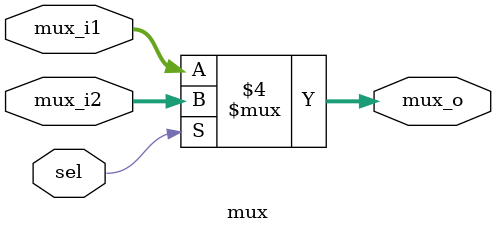
<source format=v>
module mux #(
    parameter Length_in=32,
    parameter Length_out=32

 )(
    input wire [Length_in-1:0] mux_i1,
    input wire [Length_in-1:0] mux_i2,
    input wire        sel,
    output reg [Length_out-1:0] mux_o
);

always @(*)
    begin
        if (!sel)
        begin
            mux_o=mux_i1;
        end
        else
            mux_o=mux_i2;
    end


endmodule
</source>
